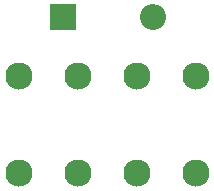
<source format=gbs>
G04 #@! TF.GenerationSoftware,KiCad,Pcbnew,8.0.1*
G04 #@! TF.CreationDate,2024-03-24T00:30:00+01:00*
G04 #@! TF.ProjectId,bypass,62797061-7373-42e6-9b69-6361645f7063,rev?*
G04 #@! TF.SameCoordinates,Original*
G04 #@! TF.FileFunction,Soldermask,Bot*
G04 #@! TF.FilePolarity,Negative*
%FSLAX46Y46*%
G04 Gerber Fmt 4.6, Leading zero omitted, Abs format (unit mm)*
G04 Created by KiCad (PCBNEW 8.0.1) date 2024-03-24 00:30:00*
%MOMM*%
%LPD*%
G01*
G04 APERTURE LIST*
%ADD10R,2.200000X2.200000*%
%ADD11O,2.200000X2.200000*%
%ADD12C,2.300000*%
G04 APERTURE END LIST*
D10*
X144690000Y-21850000D03*
D11*
X152310000Y-21850000D03*
D12*
X140900000Y-26850000D03*
X140900000Y-35050000D03*
X145900000Y-26850000D03*
X145900000Y-35050000D03*
X150900000Y-26850000D03*
X150900000Y-35050000D03*
X155900000Y-26850000D03*
X155900000Y-35050000D03*
M02*

</source>
